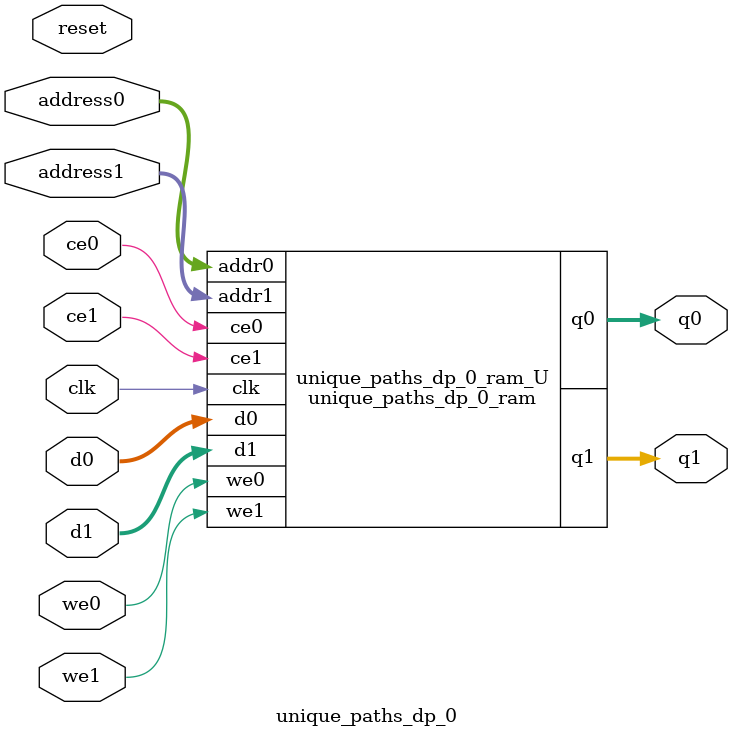
<source format=v>
`timescale 1 ns / 1 ps
module unique_paths_dp_0_ram (addr0, ce0, d0, we0, q0, addr1, ce1, d1, we1, q1,  clk);

parameter DWIDTH = 32;
parameter AWIDTH = 7;
parameter MEM_SIZE = 100;

input[AWIDTH-1:0] addr0;
input ce0;
input[DWIDTH-1:0] d0;
input we0;
output reg[DWIDTH-1:0] q0;
input[AWIDTH-1:0] addr1;
input ce1;
input[DWIDTH-1:0] d1;
input we1;
output reg[DWIDTH-1:0] q1;
input clk;

(* ram_style = "block" *)reg [DWIDTH-1:0] ram[0:MEM_SIZE-1];




always @(posedge clk)  
begin 
    if (ce0) 
    begin
        if (we0) 
        begin 
            ram[addr0] <= d0; 
        end 
        q0 <= ram[addr0];
    end
end


always @(posedge clk)  
begin 
    if (ce1) 
    begin
        if (we1) 
        begin 
            ram[addr1] <= d1; 
        end 
        q1 <= ram[addr1];
    end
end


endmodule

`timescale 1 ns / 1 ps
module unique_paths_dp_0(
    reset,
    clk,
    address0,
    ce0,
    we0,
    d0,
    q0,
    address1,
    ce1,
    we1,
    d1,
    q1);

parameter DataWidth = 32'd32;
parameter AddressRange = 32'd100;
parameter AddressWidth = 32'd7;
input reset;
input clk;
input[AddressWidth - 1:0] address0;
input ce0;
input we0;
input[DataWidth - 1:0] d0;
output[DataWidth - 1:0] q0;
input[AddressWidth - 1:0] address1;
input ce1;
input we1;
input[DataWidth - 1:0] d1;
output[DataWidth - 1:0] q1;



unique_paths_dp_0_ram unique_paths_dp_0_ram_U(
    .clk( clk ),
    .addr0( address0 ),
    .ce0( ce0 ),
    .we0( we0 ),
    .d0( d0 ),
    .q0( q0 ),
    .addr1( address1 ),
    .ce1( ce1 ),
    .we1( we1 ),
    .d1( d1 ),
    .q1( q1 ));

endmodule


</source>
